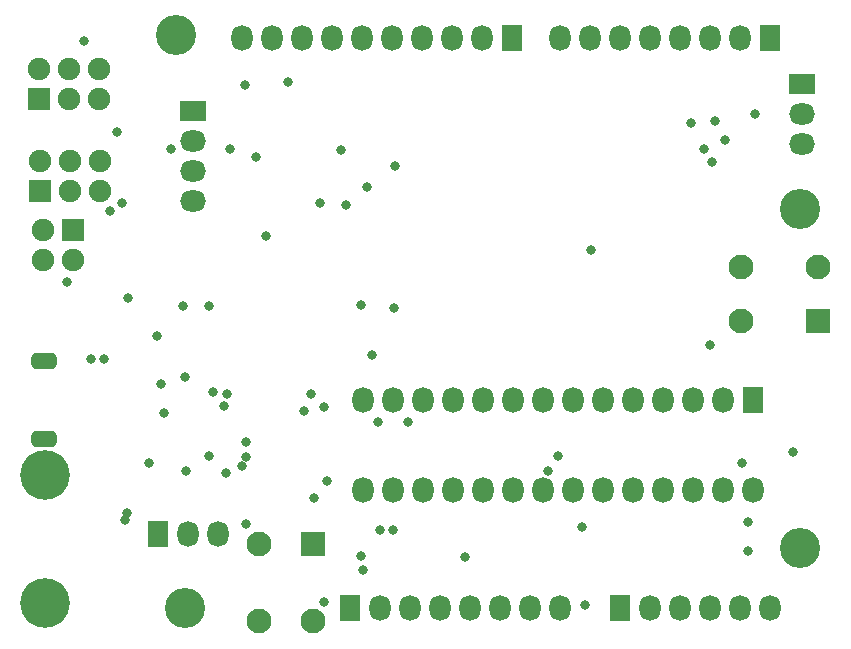
<source format=gbs>
G04*
G04 #@! TF.GenerationSoftware,Altium Limited,Altium Designer,20.1.7 (139)*
G04*
G04 Layer_Color=16711935*
%FSLAX44Y44*%
%MOMM*%
G71*
G04*
G04 #@! TF.SameCoordinates,E8198626-57D4-45C4-B418-2AD32184AFD2*
G04*
G04*
G04 #@! TF.FilePolarity,Negative*
G04*
G01*
G75*
%ADD39R,2.1000X2.1000*%
%ADD59O,1.8000X2.2000*%
%ADD60R,1.8000X2.2000*%
%ADD61C,3.4000*%
G04:AMPARAMS|DCode=62|XSize=2.2mm|YSize=1.4mm|CornerRadius=0.46mm|HoleSize=0mm|Usage=FLASHONLY|Rotation=0.000|XOffset=0mm|YOffset=0mm|HoleType=Round|Shape=RoundedRectangle|*
%AMROUNDEDRECTD62*
21,1,2.2000,0.4800,0,0,0.0*
21,1,1.2800,1.4000,0,0,0.0*
1,1,0.9200,0.6400,-0.2400*
1,1,0.9200,-0.6400,-0.2400*
1,1,0.9200,-0.6400,0.2400*
1,1,0.9200,0.6400,0.2400*
%
%ADD62ROUNDEDRECTD62*%
%ADD63C,2.1000*%
%ADD64R,2.1000X2.1000*%
%ADD65R,1.9000X1.9000*%
%ADD66C,1.9000*%
%ADD67O,2.2000X1.8000*%
%ADD68R,2.2000X1.8000*%
%ADD69C,4.2000*%
%ADD70C,0.8000*%
D39*
X247500Y79500D02*
D03*
D59*
X290450Y125730D02*
D03*
X315850D02*
D03*
X341250D02*
D03*
X366650D02*
D03*
X392050D02*
D03*
X417450D02*
D03*
X442850D02*
D03*
X468250D02*
D03*
X493650D02*
D03*
X519050D02*
D03*
X544450D02*
D03*
X569850D02*
D03*
X595250D02*
D03*
X620650D02*
D03*
X290450Y201930D02*
D03*
X315850D02*
D03*
X341250D02*
D03*
X366650D02*
D03*
X392050D02*
D03*
X417450D02*
D03*
X442850D02*
D03*
X468250D02*
D03*
X493650D02*
D03*
X519050D02*
D03*
X544450D02*
D03*
X569850D02*
D03*
X595250D02*
D03*
X365760Y508000D02*
D03*
X289560D02*
D03*
X340360D02*
D03*
X314960D02*
D03*
X391160D02*
D03*
X457200D02*
D03*
X482600D02*
D03*
X508000D02*
D03*
X533400D02*
D03*
X558800D02*
D03*
X584200D02*
D03*
X609600D02*
D03*
X264160D02*
D03*
X431800Y25400D02*
D03*
X406400D02*
D03*
X187960Y508000D02*
D03*
X635000Y25400D02*
D03*
X213360Y508000D02*
D03*
X609600Y25400D02*
D03*
X584200D02*
D03*
X558800D02*
D03*
X533400D02*
D03*
X330200D02*
D03*
X238760Y508000D02*
D03*
X381000Y25400D02*
D03*
X141600Y88000D02*
D03*
X304800Y25400D02*
D03*
X167000Y88000D02*
D03*
X355600Y25400D02*
D03*
X457200D02*
D03*
D60*
X620650Y201930D02*
D03*
X416560Y508000D02*
D03*
X635000D02*
D03*
X508000Y25400D02*
D03*
X116200Y88000D02*
D03*
X279400Y25400D02*
D03*
D61*
X132000Y510500D02*
D03*
X660000Y363500D02*
D03*
X660400Y76200D02*
D03*
X139700Y25400D02*
D03*
D62*
X20500Y169000D02*
D03*
Y235000D02*
D03*
D63*
X675500Y314000D02*
D03*
X610500D02*
D03*
Y269000D02*
D03*
X247500Y14500D02*
D03*
X202500D02*
D03*
Y79500D02*
D03*
D64*
X675500Y269000D02*
D03*
D65*
X45000Y345400D02*
D03*
X15600Y456500D02*
D03*
X16700Y379100D02*
D03*
D66*
X19600Y345400D02*
D03*
X45000Y320000D02*
D03*
X19600D02*
D03*
X41000Y456500D02*
D03*
Y481900D02*
D03*
X67500Y404500D02*
D03*
X66400Y481900D02*
D03*
Y456500D02*
D03*
X42100Y379100D02*
D03*
Y404500D02*
D03*
X67500Y379100D02*
D03*
X16700Y404500D02*
D03*
X15600Y481900D02*
D03*
D67*
X662000Y418200D02*
D03*
Y443600D02*
D03*
X146000Y369800D02*
D03*
Y420600D02*
D03*
Y395200D02*
D03*
D68*
X662000Y469000D02*
D03*
X146000Y446000D02*
D03*
D69*
X21000Y138000D02*
D03*
Y30000D02*
D03*
D70*
X191101Y96500D02*
D03*
X119500Y215000D02*
D03*
X455500Y154500D02*
D03*
X654500Y158000D02*
D03*
X172500Y197000D02*
D03*
X70500Y236500D02*
D03*
X59500D02*
D03*
X259314Y133399D02*
D03*
X187500Y146000D02*
D03*
X191293Y153044D02*
D03*
X174281Y139887D02*
D03*
X257000Y30500D02*
D03*
X88654Y99846D02*
D03*
X140000Y142000D02*
D03*
X109000Y148500D02*
D03*
X121500Y190500D02*
D03*
X115500Y255646D02*
D03*
X91500Y288000D02*
D03*
X86500Y368500D02*
D03*
X254000D02*
D03*
X275500Y366500D02*
D03*
X288700Y69700D02*
D03*
X290500Y58000D02*
D03*
X586000Y403000D02*
D03*
X483000Y329000D02*
D03*
X208000Y340500D02*
D03*
X39379Y301414D02*
D03*
X248500Y119000D02*
D03*
X138000Y281000D02*
D03*
X160000Y154500D02*
D03*
X174789Y207132D02*
D03*
X139500Y221000D02*
D03*
X159500Y281000D02*
D03*
X163000Y208500D02*
D03*
X246000Y206500D02*
D03*
X288500Y282000D02*
D03*
X316500Y279621D02*
D03*
X227000Y471000D02*
D03*
X190000Y468500D02*
D03*
X82000Y428500D02*
D03*
X54000Y505500D02*
D03*
X376500Y69000D02*
D03*
X446500Y142000D02*
D03*
X475250Y94558D02*
D03*
X616000Y73500D02*
D03*
X478000Y28000D02*
D03*
X584000Y248500D02*
D03*
X616000Y98500D02*
D03*
X293500Y382000D02*
D03*
X317000Y400000D02*
D03*
X567500Y436000D02*
D03*
X578500Y414000D02*
D03*
X199500Y407500D02*
D03*
X177500Y414500D02*
D03*
X127500Y414500D02*
D03*
X191500Y166000D02*
D03*
X240500Y192500D02*
D03*
X315500Y92000D02*
D03*
X304500Y91500D02*
D03*
X76000Y362000D02*
D03*
X257000Y195500D02*
D03*
X90500Y106000D02*
D03*
X271345Y413152D02*
D03*
X622000Y444000D02*
D03*
X588000Y438000D02*
D03*
X596846Y421654D02*
D03*
X611000Y148500D02*
D03*
X328000Y183000D02*
D03*
X303000D02*
D03*
X297500Y239500D02*
D03*
M02*

</source>
